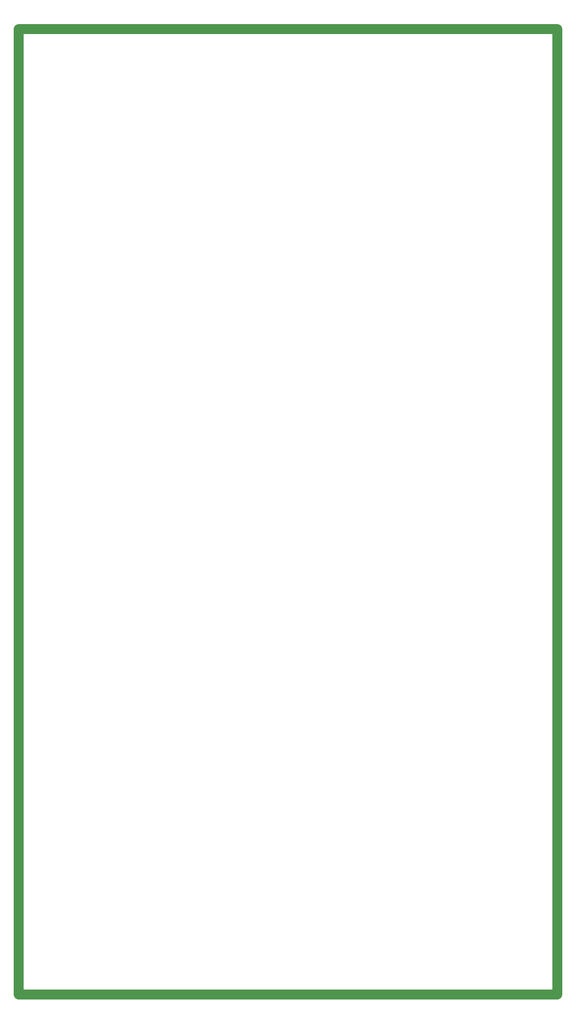
<source format=gbr>
%TF.GenerationSoftware,Altium Limited,Altium Designer,20.2.6 (244)*%
G04 Layer_Color=32768*
%FSLAX25Y25*%
%MOIN*%
%TF.SameCoordinates,4E670328-AEE6-478B-A443-65E8FA6A96A8*%
%TF.FilePolarity,Positive*%
%TF.FileFunction,Other,Mechanical_11*%
%TF.Part,Single*%
G01*
G75*
%TA.AperFunction,NonConductor*%
%ADD48C,0.07874*%
D48*
X551181Y70866D02*
X984252D01*
Y846063D01*
X551181Y70866D02*
Y846063D01*
X984252D01*
%TF.MD5,e947bd51d66daddeec8e1df45310c0cb*%
M02*

</source>
